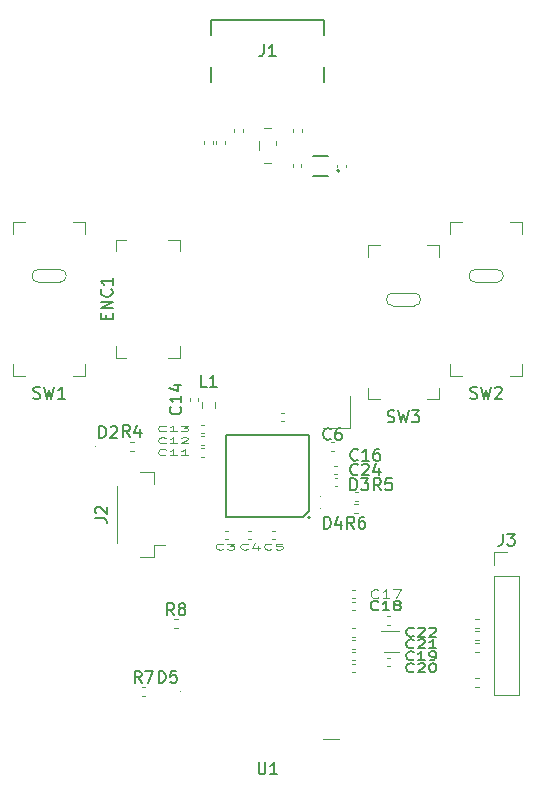
<source format=gbr>
%TF.GenerationSoftware,KiCad,Pcbnew,6.0.0*%
%TF.CreationDate,2022-01-13T14:08:01-08:00*%
%TF.ProjectId,redshift,72656473-6869-4667-942e-6b696361645f,0.1*%
%TF.SameCoordinates,Original*%
%TF.FileFunction,Legend,Top*%
%TF.FilePolarity,Positive*%
%FSLAX46Y46*%
G04 Gerber Fmt 4.6, Leading zero omitted, Abs format (unit mm)*
G04 Created by KiCad (PCBNEW 6.0.0) date 2022-01-13 14:08:01*
%MOMM*%
%LPD*%
G01*
G04 APERTURE LIST*
%ADD10C,0.150000*%
%ADD11C,0.125000*%
%ADD12C,0.120000*%
%ADD13C,0.100000*%
%ADD14C,0.200000*%
%ADD15C,0.127000*%
G04 APERTURE END LIST*
D10*
%TO.C,R6*%
X144833333Y-97452380D02*
X144500000Y-96976190D01*
X144261904Y-97452380D02*
X144261904Y-96452380D01*
X144642857Y-96452380D01*
X144738095Y-96500000D01*
X144785714Y-96547619D01*
X144833333Y-96642857D01*
X144833333Y-96785714D01*
X144785714Y-96880952D01*
X144738095Y-96928571D01*
X144642857Y-96976190D01*
X144261904Y-96976190D01*
X145690476Y-96452380D02*
X145500000Y-96452380D01*
X145404761Y-96500000D01*
X145357142Y-96547619D01*
X145261904Y-96690476D01*
X145214285Y-96880952D01*
X145214285Y-97261904D01*
X145261904Y-97357142D01*
X145309523Y-97404761D01*
X145404761Y-97452380D01*
X145595238Y-97452380D01*
X145690476Y-97404761D01*
X145738095Y-97357142D01*
X145785714Y-97261904D01*
X145785714Y-97023809D01*
X145738095Y-96928571D01*
X145690476Y-96880952D01*
X145595238Y-96833333D01*
X145404761Y-96833333D01*
X145309523Y-96880952D01*
X145261904Y-96928571D01*
X145214285Y-97023809D01*
%TO.C,C24*%
X145127142Y-92857142D02*
X145079523Y-92904761D01*
X144936666Y-92952380D01*
X144841428Y-92952380D01*
X144698571Y-92904761D01*
X144603333Y-92809523D01*
X144555714Y-92714285D01*
X144508095Y-92523809D01*
X144508095Y-92380952D01*
X144555714Y-92190476D01*
X144603333Y-92095238D01*
X144698571Y-92000000D01*
X144841428Y-91952380D01*
X144936666Y-91952380D01*
X145079523Y-92000000D01*
X145127142Y-92047619D01*
X145508095Y-92047619D02*
X145555714Y-92000000D01*
X145650952Y-91952380D01*
X145889047Y-91952380D01*
X145984285Y-92000000D01*
X146031904Y-92047619D01*
X146079523Y-92142857D01*
X146079523Y-92238095D01*
X146031904Y-92380952D01*
X145460476Y-92952380D01*
X146079523Y-92952380D01*
X146936666Y-92285714D02*
X146936666Y-92952380D01*
X146698571Y-91904761D02*
X146460476Y-92619047D01*
X147079523Y-92619047D01*
D11*
%TO.C,C11*%
X128857142Y-91178571D02*
X128809523Y-91202380D01*
X128666666Y-91226190D01*
X128571428Y-91226190D01*
X128428571Y-91202380D01*
X128333333Y-91154761D01*
X128285714Y-91107142D01*
X128238095Y-91011904D01*
X128238095Y-90940476D01*
X128285714Y-90845238D01*
X128333333Y-90797619D01*
X128428571Y-90750000D01*
X128571428Y-90726190D01*
X128666666Y-90726190D01*
X128809523Y-90750000D01*
X128857142Y-90773809D01*
X129809523Y-91226190D02*
X129238095Y-91226190D01*
X129523809Y-91226190D02*
X129523809Y-90726190D01*
X129428571Y-90797619D01*
X129333333Y-90845238D01*
X129238095Y-90869047D01*
X130761904Y-91226190D02*
X130190476Y-91226190D01*
X130476190Y-91226190D02*
X130476190Y-90726190D01*
X130380952Y-90797619D01*
X130285714Y-90845238D01*
X130190476Y-90869047D01*
%TO.C,C13*%
X128857142Y-89178571D02*
X128809523Y-89202380D01*
X128666666Y-89226190D01*
X128571428Y-89226190D01*
X128428571Y-89202380D01*
X128333333Y-89154761D01*
X128285714Y-89107142D01*
X128238095Y-89011904D01*
X128238095Y-88940476D01*
X128285714Y-88845238D01*
X128333333Y-88797619D01*
X128428571Y-88750000D01*
X128571428Y-88726190D01*
X128666666Y-88726190D01*
X128809523Y-88750000D01*
X128857142Y-88773809D01*
X129809523Y-89226190D02*
X129238095Y-89226190D01*
X129523809Y-89226190D02*
X129523809Y-88726190D01*
X129428571Y-88797619D01*
X129333333Y-88845238D01*
X129238095Y-88869047D01*
X130142857Y-88726190D02*
X130761904Y-88726190D01*
X130428571Y-88916666D01*
X130571428Y-88916666D01*
X130666666Y-88940476D01*
X130714285Y-88964285D01*
X130761904Y-89011904D01*
X130761904Y-89130952D01*
X130714285Y-89178571D01*
X130666666Y-89202380D01*
X130571428Y-89226190D01*
X130285714Y-89226190D01*
X130190476Y-89202380D01*
X130142857Y-89178571D01*
D10*
%TO.C,ENC1*%
X123848571Y-79714285D02*
X123848571Y-79380952D01*
X124372380Y-79238095D02*
X124372380Y-79714285D01*
X123372380Y-79714285D01*
X123372380Y-79238095D01*
X124372380Y-78809523D02*
X123372380Y-78809523D01*
X124372380Y-78238095D01*
X123372380Y-78238095D01*
X124277142Y-77190476D02*
X124324761Y-77238095D01*
X124372380Y-77380952D01*
X124372380Y-77476190D01*
X124324761Y-77619047D01*
X124229523Y-77714285D01*
X124134285Y-77761904D01*
X123943809Y-77809523D01*
X123800952Y-77809523D01*
X123610476Y-77761904D01*
X123515238Y-77714285D01*
X123420000Y-77619047D01*
X123372380Y-77476190D01*
X123372380Y-77380952D01*
X123420000Y-77238095D01*
X123467619Y-77190476D01*
X124372380Y-76238095D02*
X124372380Y-76809523D01*
X124372380Y-76523809D02*
X123372380Y-76523809D01*
X123515238Y-76619047D01*
X123610476Y-76714285D01*
X123658095Y-76809523D01*
%TO.C,C14*%
X130107142Y-87142857D02*
X130154761Y-87190476D01*
X130202380Y-87333333D01*
X130202380Y-87428571D01*
X130154761Y-87571428D01*
X130059523Y-87666666D01*
X129964285Y-87714285D01*
X129773809Y-87761904D01*
X129630952Y-87761904D01*
X129440476Y-87714285D01*
X129345238Y-87666666D01*
X129250000Y-87571428D01*
X129202380Y-87428571D01*
X129202380Y-87333333D01*
X129250000Y-87190476D01*
X129297619Y-87142857D01*
X130202380Y-86190476D02*
X130202380Y-86761904D01*
X130202380Y-86476190D02*
X129202380Y-86476190D01*
X129345238Y-86571428D01*
X129440476Y-86666666D01*
X129488095Y-86761904D01*
X129535714Y-85333333D02*
X130202380Y-85333333D01*
X129154761Y-85571428D02*
X129869047Y-85809523D01*
X129869047Y-85190476D01*
%TO.C,C20*%
X149857142Y-109517857D02*
X149809523Y-109553571D01*
X149666666Y-109589285D01*
X149571428Y-109589285D01*
X149428571Y-109553571D01*
X149333333Y-109482142D01*
X149285714Y-109410714D01*
X149238095Y-109267857D01*
X149238095Y-109160714D01*
X149285714Y-109017857D01*
X149333333Y-108946428D01*
X149428571Y-108875000D01*
X149571428Y-108839285D01*
X149666666Y-108839285D01*
X149809523Y-108875000D01*
X149857142Y-108910714D01*
X150238095Y-108910714D02*
X150285714Y-108875000D01*
X150380952Y-108839285D01*
X150619047Y-108839285D01*
X150714285Y-108875000D01*
X150761904Y-108910714D01*
X150809523Y-108982142D01*
X150809523Y-109053571D01*
X150761904Y-109160714D01*
X150190476Y-109589285D01*
X150809523Y-109589285D01*
X151428571Y-108839285D02*
X151523809Y-108839285D01*
X151619047Y-108875000D01*
X151666666Y-108910714D01*
X151714285Y-108982142D01*
X151761904Y-109125000D01*
X151761904Y-109303571D01*
X151714285Y-109446428D01*
X151666666Y-109517857D01*
X151619047Y-109553571D01*
X151523809Y-109589285D01*
X151428571Y-109589285D01*
X151333333Y-109553571D01*
X151285714Y-109517857D01*
X151238095Y-109446428D01*
X151190476Y-109303571D01*
X151190476Y-109125000D01*
X151238095Y-108982142D01*
X151285714Y-108910714D01*
X151333333Y-108875000D01*
X151428571Y-108839285D01*
%TO.C,D3*%
X144511904Y-94202380D02*
X144511904Y-93202380D01*
X144750000Y-93202380D01*
X144892857Y-93250000D01*
X144988095Y-93345238D01*
X145035714Y-93440476D01*
X145083333Y-93630952D01*
X145083333Y-93773809D01*
X145035714Y-93964285D01*
X144988095Y-94059523D01*
X144892857Y-94154761D01*
X144750000Y-94202380D01*
X144511904Y-94202380D01*
X145416666Y-93202380D02*
X146035714Y-93202380D01*
X145702380Y-93583333D01*
X145845238Y-93583333D01*
X145940476Y-93630952D01*
X145988095Y-93678571D01*
X146035714Y-93773809D01*
X146035714Y-94011904D01*
X145988095Y-94107142D01*
X145940476Y-94154761D01*
X145845238Y-94202380D01*
X145559523Y-94202380D01*
X145464285Y-94154761D01*
X145416666Y-94107142D01*
%TO.C,J1*%
X137166666Y-56452380D02*
X137166666Y-57166666D01*
X137119047Y-57309523D01*
X137023809Y-57404761D01*
X136880952Y-57452380D01*
X136785714Y-57452380D01*
X138166666Y-57452380D02*
X137595238Y-57452380D01*
X137880952Y-57452380D02*
X137880952Y-56452380D01*
X137785714Y-56595238D01*
X137690476Y-56690476D01*
X137595238Y-56738095D01*
%TO.C,L1*%
X132333333Y-85452380D02*
X131857142Y-85452380D01*
X131857142Y-84452380D01*
X133190476Y-85452380D02*
X132619047Y-85452380D01*
X132904761Y-85452380D02*
X132904761Y-84452380D01*
X132809523Y-84595238D01*
X132714285Y-84690476D01*
X132619047Y-84738095D01*
%TO.C,D4*%
X142261904Y-97452380D02*
X142261904Y-96452380D01*
X142500000Y-96452380D01*
X142642857Y-96500000D01*
X142738095Y-96595238D01*
X142785714Y-96690476D01*
X142833333Y-96880952D01*
X142833333Y-97023809D01*
X142785714Y-97214285D01*
X142738095Y-97309523D01*
X142642857Y-97404761D01*
X142500000Y-97452380D01*
X142261904Y-97452380D01*
X143690476Y-96785714D02*
X143690476Y-97452380D01*
X143452380Y-96404761D02*
X143214285Y-97119047D01*
X143833333Y-97119047D01*
D11*
%TO.C,C4*%
X135813333Y-99178571D02*
X135765714Y-99202380D01*
X135622857Y-99226190D01*
X135527619Y-99226190D01*
X135384761Y-99202380D01*
X135289523Y-99154761D01*
X135241904Y-99107142D01*
X135194285Y-99011904D01*
X135194285Y-98940476D01*
X135241904Y-98845238D01*
X135289523Y-98797619D01*
X135384761Y-98750000D01*
X135527619Y-98726190D01*
X135622857Y-98726190D01*
X135765714Y-98750000D01*
X135813333Y-98773809D01*
X136670476Y-98892857D02*
X136670476Y-99226190D01*
X136432380Y-98702380D02*
X136194285Y-99059523D01*
X136813333Y-99059523D01*
D10*
%TO.C,R4*%
X125833333Y-89702380D02*
X125500000Y-89226190D01*
X125261904Y-89702380D02*
X125261904Y-88702380D01*
X125642857Y-88702380D01*
X125738095Y-88750000D01*
X125785714Y-88797619D01*
X125833333Y-88892857D01*
X125833333Y-89035714D01*
X125785714Y-89130952D01*
X125738095Y-89178571D01*
X125642857Y-89226190D01*
X125261904Y-89226190D01*
X126690476Y-89035714D02*
X126690476Y-89702380D01*
X126452380Y-88654761D02*
X126214285Y-89369047D01*
X126833333Y-89369047D01*
%TO.C,C6*%
X142833333Y-89857142D02*
X142785714Y-89904761D01*
X142642857Y-89952380D01*
X142547619Y-89952380D01*
X142404761Y-89904761D01*
X142309523Y-89809523D01*
X142261904Y-89714285D01*
X142214285Y-89523809D01*
X142214285Y-89380952D01*
X142261904Y-89190476D01*
X142309523Y-89095238D01*
X142404761Y-89000000D01*
X142547619Y-88952380D01*
X142642857Y-88952380D01*
X142785714Y-89000000D01*
X142833333Y-89047619D01*
X143690476Y-88952380D02*
X143500000Y-88952380D01*
X143404761Y-89000000D01*
X143357142Y-89047619D01*
X143261904Y-89190476D01*
X143214285Y-89380952D01*
X143214285Y-89761904D01*
X143261904Y-89857142D01*
X143309523Y-89904761D01*
X143404761Y-89952380D01*
X143595238Y-89952380D01*
X143690476Y-89904761D01*
X143738095Y-89857142D01*
X143785714Y-89761904D01*
X143785714Y-89523809D01*
X143738095Y-89428571D01*
X143690476Y-89380952D01*
X143595238Y-89333333D01*
X143404761Y-89333333D01*
X143309523Y-89380952D01*
X143261904Y-89428571D01*
X143214285Y-89523809D01*
%TO.C,D5*%
X128290401Y-110500671D02*
X128290401Y-109500671D01*
X128528497Y-109500671D01*
X128671354Y-109548291D01*
X128766592Y-109643529D01*
X128814211Y-109738767D01*
X128861830Y-109929243D01*
X128861830Y-110072100D01*
X128814211Y-110262576D01*
X128766592Y-110357814D01*
X128671354Y-110453052D01*
X128528497Y-110500671D01*
X128290401Y-110500671D01*
X129766592Y-109500671D02*
X129290401Y-109500671D01*
X129242782Y-109976862D01*
X129290401Y-109929243D01*
X129385639Y-109881624D01*
X129623735Y-109881624D01*
X129718973Y-109929243D01*
X129766592Y-109976862D01*
X129814211Y-110072100D01*
X129814211Y-110310195D01*
X129766592Y-110405433D01*
X129718973Y-110453052D01*
X129623735Y-110500671D01*
X129385639Y-110500671D01*
X129290401Y-110453052D01*
X129242782Y-110405433D01*
D11*
%TO.C,C12*%
X128857142Y-90178571D02*
X128809523Y-90202380D01*
X128666666Y-90226190D01*
X128571428Y-90226190D01*
X128428571Y-90202380D01*
X128333333Y-90154761D01*
X128285714Y-90107142D01*
X128238095Y-90011904D01*
X128238095Y-89940476D01*
X128285714Y-89845238D01*
X128333333Y-89797619D01*
X128428571Y-89750000D01*
X128571428Y-89726190D01*
X128666666Y-89726190D01*
X128809523Y-89750000D01*
X128857142Y-89773809D01*
X129809523Y-90226190D02*
X129238095Y-90226190D01*
X129523809Y-90226190D02*
X129523809Y-89726190D01*
X129428571Y-89797619D01*
X129333333Y-89845238D01*
X129238095Y-89869047D01*
X130190476Y-89773809D02*
X130238095Y-89750000D01*
X130333333Y-89726190D01*
X130571428Y-89726190D01*
X130666666Y-89750000D01*
X130714285Y-89773809D01*
X130761904Y-89821428D01*
X130761904Y-89869047D01*
X130714285Y-89940476D01*
X130142857Y-90226190D01*
X130761904Y-90226190D01*
D10*
%TO.C,C22*%
X149857142Y-106517857D02*
X149809523Y-106553571D01*
X149666666Y-106589285D01*
X149571428Y-106589285D01*
X149428571Y-106553571D01*
X149333333Y-106482142D01*
X149285714Y-106410714D01*
X149238095Y-106267857D01*
X149238095Y-106160714D01*
X149285714Y-106017857D01*
X149333333Y-105946428D01*
X149428571Y-105875000D01*
X149571428Y-105839285D01*
X149666666Y-105839285D01*
X149809523Y-105875000D01*
X149857142Y-105910714D01*
X150238095Y-105910714D02*
X150285714Y-105875000D01*
X150380952Y-105839285D01*
X150619047Y-105839285D01*
X150714285Y-105875000D01*
X150761904Y-105910714D01*
X150809523Y-105982142D01*
X150809523Y-106053571D01*
X150761904Y-106160714D01*
X150190476Y-106589285D01*
X150809523Y-106589285D01*
X151190476Y-105910714D02*
X151238095Y-105875000D01*
X151333333Y-105839285D01*
X151571428Y-105839285D01*
X151666666Y-105875000D01*
X151714285Y-105910714D01*
X151761904Y-105982142D01*
X151761904Y-106053571D01*
X151714285Y-106160714D01*
X151142857Y-106589285D01*
X151761904Y-106589285D01*
%TO.C,D2*%
X123261904Y-89782380D02*
X123261904Y-88782380D01*
X123500000Y-88782380D01*
X123642857Y-88830000D01*
X123738095Y-88925238D01*
X123785714Y-89020476D01*
X123833333Y-89210952D01*
X123833333Y-89353809D01*
X123785714Y-89544285D01*
X123738095Y-89639523D01*
X123642857Y-89734761D01*
X123500000Y-89782380D01*
X123261904Y-89782380D01*
X124214285Y-88877619D02*
X124261904Y-88830000D01*
X124357142Y-88782380D01*
X124595238Y-88782380D01*
X124690476Y-88830000D01*
X124738095Y-88877619D01*
X124785714Y-88972857D01*
X124785714Y-89068095D01*
X124738095Y-89210952D01*
X124166666Y-89782380D01*
X124785714Y-89782380D01*
%TO.C,SW3*%
X147666666Y-88404761D02*
X147809523Y-88452380D01*
X148047619Y-88452380D01*
X148142857Y-88404761D01*
X148190476Y-88357142D01*
X148238095Y-88261904D01*
X148238095Y-88166666D01*
X148190476Y-88071428D01*
X148142857Y-88023809D01*
X148047619Y-87976190D01*
X147857142Y-87928571D01*
X147761904Y-87880952D01*
X147714285Y-87833333D01*
X147666666Y-87738095D01*
X147666666Y-87642857D01*
X147714285Y-87547619D01*
X147761904Y-87500000D01*
X147857142Y-87452380D01*
X148095238Y-87452380D01*
X148238095Y-87500000D01*
X148571428Y-87452380D02*
X148809523Y-88452380D01*
X149000000Y-87738095D01*
X149190476Y-88452380D01*
X149428571Y-87452380D01*
X149714285Y-87452380D02*
X150333333Y-87452380D01*
X150000000Y-87833333D01*
X150142857Y-87833333D01*
X150238095Y-87880952D01*
X150285714Y-87928571D01*
X150333333Y-88023809D01*
X150333333Y-88261904D01*
X150285714Y-88357142D01*
X150238095Y-88404761D01*
X150142857Y-88452380D01*
X149857142Y-88452380D01*
X149761904Y-88404761D01*
X149714285Y-88357142D01*
D11*
%TO.C,C3*%
X133725497Y-99178571D02*
X133677878Y-99202380D01*
X133535021Y-99226190D01*
X133439783Y-99226190D01*
X133296925Y-99202380D01*
X133201687Y-99154761D01*
X133154068Y-99107142D01*
X133106449Y-99011904D01*
X133106449Y-98940476D01*
X133154068Y-98845238D01*
X133201687Y-98797619D01*
X133296925Y-98750000D01*
X133439783Y-98726190D01*
X133535021Y-98726190D01*
X133677878Y-98750000D01*
X133725497Y-98773809D01*
X134058830Y-98726190D02*
X134677878Y-98726190D01*
X134344544Y-98916666D01*
X134487402Y-98916666D01*
X134582640Y-98940476D01*
X134630259Y-98964285D01*
X134677878Y-99011904D01*
X134677878Y-99130952D01*
X134630259Y-99178571D01*
X134582640Y-99202380D01*
X134487402Y-99226190D01*
X134201687Y-99226190D01*
X134106449Y-99202380D01*
X134058830Y-99178571D01*
D10*
%TO.C,R7*%
X126823333Y-110532380D02*
X126490000Y-110056190D01*
X126251904Y-110532380D02*
X126251904Y-109532380D01*
X126632857Y-109532380D01*
X126728095Y-109580000D01*
X126775714Y-109627619D01*
X126823333Y-109722857D01*
X126823333Y-109865714D01*
X126775714Y-109960952D01*
X126728095Y-110008571D01*
X126632857Y-110056190D01*
X126251904Y-110056190D01*
X127156666Y-109532380D02*
X127823333Y-109532380D01*
X127394761Y-110532380D01*
D11*
%TO.C,C17*%
X146857142Y-103267857D02*
X146809523Y-103303571D01*
X146666666Y-103339285D01*
X146571428Y-103339285D01*
X146428571Y-103303571D01*
X146333333Y-103232142D01*
X146285714Y-103160714D01*
X146238095Y-103017857D01*
X146238095Y-102910714D01*
X146285714Y-102767857D01*
X146333333Y-102696428D01*
X146428571Y-102625000D01*
X146571428Y-102589285D01*
X146666666Y-102589285D01*
X146809523Y-102625000D01*
X146857142Y-102660714D01*
X147809523Y-103339285D02*
X147238095Y-103339285D01*
X147523809Y-103339285D02*
X147523809Y-102589285D01*
X147428571Y-102696428D01*
X147333333Y-102767857D01*
X147238095Y-102803571D01*
X148142857Y-102589285D02*
X148809523Y-102589285D01*
X148380952Y-103339285D01*
%TO.C,C5*%
X137813333Y-99178571D02*
X137765714Y-99202380D01*
X137622857Y-99226190D01*
X137527619Y-99226190D01*
X137384761Y-99202380D01*
X137289523Y-99154761D01*
X137241904Y-99107142D01*
X137194285Y-99011904D01*
X137194285Y-98940476D01*
X137241904Y-98845238D01*
X137289523Y-98797619D01*
X137384761Y-98750000D01*
X137527619Y-98726190D01*
X137622857Y-98726190D01*
X137765714Y-98750000D01*
X137813333Y-98773809D01*
X138718095Y-98726190D02*
X138241904Y-98726190D01*
X138194285Y-98964285D01*
X138241904Y-98940476D01*
X138337142Y-98916666D01*
X138575238Y-98916666D01*
X138670476Y-98940476D01*
X138718095Y-98964285D01*
X138765714Y-99011904D01*
X138765714Y-99130952D01*
X138718095Y-99178571D01*
X138670476Y-99202380D01*
X138575238Y-99226190D01*
X138337142Y-99226190D01*
X138241904Y-99202380D01*
X138194285Y-99178571D01*
D10*
%TO.C,C16*%
X145127142Y-91607142D02*
X145079523Y-91654761D01*
X144936666Y-91702380D01*
X144841428Y-91702380D01*
X144698571Y-91654761D01*
X144603333Y-91559523D01*
X144555714Y-91464285D01*
X144508095Y-91273809D01*
X144508095Y-91130952D01*
X144555714Y-90940476D01*
X144603333Y-90845238D01*
X144698571Y-90750000D01*
X144841428Y-90702380D01*
X144936666Y-90702380D01*
X145079523Y-90750000D01*
X145127142Y-90797619D01*
X146079523Y-91702380D02*
X145508095Y-91702380D01*
X145793809Y-91702380D02*
X145793809Y-90702380D01*
X145698571Y-90845238D01*
X145603333Y-90940476D01*
X145508095Y-90988095D01*
X146936666Y-90702380D02*
X146746190Y-90702380D01*
X146650952Y-90750000D01*
X146603333Y-90797619D01*
X146508095Y-90940476D01*
X146460476Y-91130952D01*
X146460476Y-91511904D01*
X146508095Y-91607142D01*
X146555714Y-91654761D01*
X146650952Y-91702380D01*
X146841428Y-91702380D01*
X146936666Y-91654761D01*
X146984285Y-91607142D01*
X147031904Y-91511904D01*
X147031904Y-91273809D01*
X146984285Y-91178571D01*
X146936666Y-91130952D01*
X146841428Y-91083333D01*
X146650952Y-91083333D01*
X146555714Y-91130952D01*
X146508095Y-91178571D01*
X146460476Y-91273809D01*
%TO.C,R8*%
X129583333Y-104782380D02*
X129250000Y-104306190D01*
X129011904Y-104782380D02*
X129011904Y-103782380D01*
X129392857Y-103782380D01*
X129488095Y-103830000D01*
X129535714Y-103877619D01*
X129583333Y-103972857D01*
X129583333Y-104115714D01*
X129535714Y-104210952D01*
X129488095Y-104258571D01*
X129392857Y-104306190D01*
X129011904Y-104306190D01*
X130154761Y-104210952D02*
X130059523Y-104163333D01*
X130011904Y-104115714D01*
X129964285Y-104020476D01*
X129964285Y-103972857D01*
X130011904Y-103877619D01*
X130059523Y-103830000D01*
X130154761Y-103782380D01*
X130345238Y-103782380D01*
X130440476Y-103830000D01*
X130488095Y-103877619D01*
X130535714Y-103972857D01*
X130535714Y-104020476D01*
X130488095Y-104115714D01*
X130440476Y-104163333D01*
X130345238Y-104210952D01*
X130154761Y-104210952D01*
X130059523Y-104258571D01*
X130011904Y-104306190D01*
X129964285Y-104401428D01*
X129964285Y-104591904D01*
X130011904Y-104687142D01*
X130059523Y-104734761D01*
X130154761Y-104782380D01*
X130345238Y-104782380D01*
X130440476Y-104734761D01*
X130488095Y-104687142D01*
X130535714Y-104591904D01*
X130535714Y-104401428D01*
X130488095Y-104306190D01*
X130440476Y-104258571D01*
X130345238Y-104210952D01*
%TO.C,J2*%
X122902380Y-96583333D02*
X123616666Y-96583333D01*
X123759523Y-96630952D01*
X123854761Y-96726190D01*
X123902380Y-96869047D01*
X123902380Y-96964285D01*
X122997619Y-96154761D02*
X122950000Y-96107142D01*
X122902380Y-96011904D01*
X122902380Y-95773809D01*
X122950000Y-95678571D01*
X122997619Y-95630952D01*
X123092857Y-95583333D01*
X123188095Y-95583333D01*
X123330952Y-95630952D01*
X123902380Y-96202380D01*
X123902380Y-95583333D01*
%TO.C,J3*%
X157416666Y-97892380D02*
X157416666Y-98606666D01*
X157369047Y-98749523D01*
X157273809Y-98844761D01*
X157130952Y-98892380D01*
X157035714Y-98892380D01*
X157797619Y-97892380D02*
X158416666Y-97892380D01*
X158083333Y-98273333D01*
X158226190Y-98273333D01*
X158321428Y-98320952D01*
X158369047Y-98368571D01*
X158416666Y-98463809D01*
X158416666Y-98701904D01*
X158369047Y-98797142D01*
X158321428Y-98844761D01*
X158226190Y-98892380D01*
X157940476Y-98892380D01*
X157845238Y-98844761D01*
X157797619Y-98797142D01*
%TO.C,C18*%
X146857142Y-104267857D02*
X146809523Y-104303571D01*
X146666666Y-104339285D01*
X146571428Y-104339285D01*
X146428571Y-104303571D01*
X146333333Y-104232142D01*
X146285714Y-104160714D01*
X146238095Y-104017857D01*
X146238095Y-103910714D01*
X146285714Y-103767857D01*
X146333333Y-103696428D01*
X146428571Y-103625000D01*
X146571428Y-103589285D01*
X146666666Y-103589285D01*
X146809523Y-103625000D01*
X146857142Y-103660714D01*
X147809523Y-104339285D02*
X147238095Y-104339285D01*
X147523809Y-104339285D02*
X147523809Y-103589285D01*
X147428571Y-103696428D01*
X147333333Y-103767857D01*
X147238095Y-103803571D01*
X148380952Y-103910714D02*
X148285714Y-103875000D01*
X148238095Y-103839285D01*
X148190476Y-103767857D01*
X148190476Y-103732142D01*
X148238095Y-103660714D01*
X148285714Y-103625000D01*
X148380952Y-103589285D01*
X148571428Y-103589285D01*
X148666666Y-103625000D01*
X148714285Y-103660714D01*
X148761904Y-103732142D01*
X148761904Y-103767857D01*
X148714285Y-103839285D01*
X148666666Y-103875000D01*
X148571428Y-103910714D01*
X148380952Y-103910714D01*
X148285714Y-103946428D01*
X148238095Y-103982142D01*
X148190476Y-104053571D01*
X148190476Y-104196428D01*
X148238095Y-104267857D01*
X148285714Y-104303571D01*
X148380952Y-104339285D01*
X148571428Y-104339285D01*
X148666666Y-104303571D01*
X148714285Y-104267857D01*
X148761904Y-104196428D01*
X148761904Y-104053571D01*
X148714285Y-103982142D01*
X148666666Y-103946428D01*
X148571428Y-103910714D01*
%TO.C,R5*%
X147083333Y-94202380D02*
X146750000Y-93726190D01*
X146511904Y-94202380D02*
X146511904Y-93202380D01*
X146892857Y-93202380D01*
X146988095Y-93250000D01*
X147035714Y-93297619D01*
X147083333Y-93392857D01*
X147083333Y-93535714D01*
X147035714Y-93630952D01*
X146988095Y-93678571D01*
X146892857Y-93726190D01*
X146511904Y-93726190D01*
X147988095Y-93202380D02*
X147511904Y-93202380D01*
X147464285Y-93678571D01*
X147511904Y-93630952D01*
X147607142Y-93583333D01*
X147845238Y-93583333D01*
X147940476Y-93630952D01*
X147988095Y-93678571D01*
X148035714Y-93773809D01*
X148035714Y-94011904D01*
X147988095Y-94107142D01*
X147940476Y-94154761D01*
X147845238Y-94202380D01*
X147607142Y-94202380D01*
X147511904Y-94154761D01*
X147464285Y-94107142D01*
%TO.C,U1*%
X136738095Y-117247380D02*
X136738095Y-118056904D01*
X136785714Y-118152142D01*
X136833333Y-118199761D01*
X136928571Y-118247380D01*
X137119047Y-118247380D01*
X137214285Y-118199761D01*
X137261904Y-118152142D01*
X137309523Y-118056904D01*
X137309523Y-117247380D01*
X138309523Y-118247380D02*
X137738095Y-118247380D01*
X138023809Y-118247380D02*
X138023809Y-117247380D01*
X137928571Y-117390238D01*
X137833333Y-117485476D01*
X137738095Y-117533095D01*
%TO.C,C19*%
X149857142Y-108517857D02*
X149809523Y-108553571D01*
X149666666Y-108589285D01*
X149571428Y-108589285D01*
X149428571Y-108553571D01*
X149333333Y-108482142D01*
X149285714Y-108410714D01*
X149238095Y-108267857D01*
X149238095Y-108160714D01*
X149285714Y-108017857D01*
X149333333Y-107946428D01*
X149428571Y-107875000D01*
X149571428Y-107839285D01*
X149666666Y-107839285D01*
X149809523Y-107875000D01*
X149857142Y-107910714D01*
X150809523Y-108589285D02*
X150238095Y-108589285D01*
X150523809Y-108589285D02*
X150523809Y-107839285D01*
X150428571Y-107946428D01*
X150333333Y-108017857D01*
X150238095Y-108053571D01*
X151285714Y-108589285D02*
X151476190Y-108589285D01*
X151571428Y-108553571D01*
X151619047Y-108517857D01*
X151714285Y-108410714D01*
X151761904Y-108267857D01*
X151761904Y-107982142D01*
X151714285Y-107910714D01*
X151666666Y-107875000D01*
X151571428Y-107839285D01*
X151380952Y-107839285D01*
X151285714Y-107875000D01*
X151238095Y-107910714D01*
X151190476Y-107982142D01*
X151190476Y-108160714D01*
X151238095Y-108232142D01*
X151285714Y-108267857D01*
X151380952Y-108303571D01*
X151571428Y-108303571D01*
X151666666Y-108267857D01*
X151714285Y-108232142D01*
X151761904Y-108160714D01*
%TO.C,SW2*%
X154666666Y-86404761D02*
X154809523Y-86452380D01*
X155047619Y-86452380D01*
X155142857Y-86404761D01*
X155190476Y-86357142D01*
X155238095Y-86261904D01*
X155238095Y-86166666D01*
X155190476Y-86071428D01*
X155142857Y-86023809D01*
X155047619Y-85976190D01*
X154857142Y-85928571D01*
X154761904Y-85880952D01*
X154714285Y-85833333D01*
X154666666Y-85738095D01*
X154666666Y-85642857D01*
X154714285Y-85547619D01*
X154761904Y-85500000D01*
X154857142Y-85452380D01*
X155095238Y-85452380D01*
X155238095Y-85500000D01*
X155571428Y-85452380D02*
X155809523Y-86452380D01*
X156000000Y-85738095D01*
X156190476Y-86452380D01*
X156428571Y-85452380D01*
X156761904Y-85547619D02*
X156809523Y-85500000D01*
X156904761Y-85452380D01*
X157142857Y-85452380D01*
X157238095Y-85500000D01*
X157285714Y-85547619D01*
X157333333Y-85642857D01*
X157333333Y-85738095D01*
X157285714Y-85880952D01*
X156714285Y-86452380D01*
X157333333Y-86452380D01*
%TO.C,C21*%
X149857142Y-107517857D02*
X149809523Y-107553571D01*
X149666666Y-107589285D01*
X149571428Y-107589285D01*
X149428571Y-107553571D01*
X149333333Y-107482142D01*
X149285714Y-107410714D01*
X149238095Y-107267857D01*
X149238095Y-107160714D01*
X149285714Y-107017857D01*
X149333333Y-106946428D01*
X149428571Y-106875000D01*
X149571428Y-106839285D01*
X149666666Y-106839285D01*
X149809523Y-106875000D01*
X149857142Y-106910714D01*
X150238095Y-106910714D02*
X150285714Y-106875000D01*
X150380952Y-106839285D01*
X150619047Y-106839285D01*
X150714285Y-106875000D01*
X150761904Y-106910714D01*
X150809523Y-106982142D01*
X150809523Y-107053571D01*
X150761904Y-107160714D01*
X150190476Y-107589285D01*
X150809523Y-107589285D01*
X151761904Y-107589285D02*
X151190476Y-107589285D01*
X151476190Y-107589285D02*
X151476190Y-106839285D01*
X151380952Y-106946428D01*
X151285714Y-107017857D01*
X151190476Y-107053571D01*
%TO.C,SW1*%
X117666666Y-86404761D02*
X117809523Y-86452380D01*
X118047619Y-86452380D01*
X118142857Y-86404761D01*
X118190476Y-86357142D01*
X118238095Y-86261904D01*
X118238095Y-86166666D01*
X118190476Y-86071428D01*
X118142857Y-86023809D01*
X118047619Y-85976190D01*
X117857142Y-85928571D01*
X117761904Y-85880952D01*
X117714285Y-85833333D01*
X117666666Y-85738095D01*
X117666666Y-85642857D01*
X117714285Y-85547619D01*
X117761904Y-85500000D01*
X117857142Y-85452380D01*
X118095238Y-85452380D01*
X118238095Y-85500000D01*
X118571428Y-85452380D02*
X118809523Y-86452380D01*
X119000000Y-85738095D01*
X119190476Y-86452380D01*
X119428571Y-85452380D01*
X120333333Y-86452380D02*
X119761904Y-86452380D01*
X120047619Y-86452380D02*
X120047619Y-85452380D01*
X119952380Y-85595238D01*
X119857142Y-85690476D01*
X119761904Y-85738095D01*
D12*
%TO.C,R6*%
X145153641Y-96130000D02*
X144846359Y-96130000D01*
X145153641Y-95370000D02*
X144846359Y-95370000D01*
%TO.C,R12*%
X155403641Y-110120000D02*
X155096359Y-110120000D01*
X155403641Y-110880000D02*
X155096359Y-110880000D01*
%TO.C,C24*%
X143162164Y-93140000D02*
X143377836Y-93140000D01*
X143162164Y-93860000D02*
X143377836Y-93860000D01*
%TO.C,C11*%
X132107836Y-91360000D02*
X131892164Y-91360000D01*
X132107836Y-90640000D02*
X131892164Y-90640000D01*
%TO.C,C13*%
X132107836Y-88640000D02*
X131892164Y-88640000D01*
X132107836Y-89360000D02*
X131892164Y-89360000D01*
%TO.C,C8*%
X139640000Y-66622164D02*
X139640000Y-66837836D01*
X140360000Y-66622164D02*
X140360000Y-66837836D01*
%TO.C,ENC1*%
X124680000Y-83020000D02*
X125480000Y-83020000D01*
X130070000Y-83020000D02*
X130070000Y-82020000D01*
X130070000Y-72980000D02*
X129070000Y-72980000D01*
X124680000Y-72980000D02*
X125480000Y-72980000D01*
X130070000Y-83020000D02*
X129070000Y-83020000D01*
X124680000Y-83020000D02*
X124680000Y-82020000D01*
X124680000Y-72980000D02*
X124680000Y-73980000D01*
X130070000Y-72980000D02*
X130070000Y-73980000D01*
%TO.C,C14*%
X131610000Y-86392164D02*
X131610000Y-86607836D01*
X130890000Y-86392164D02*
X130890000Y-86607836D01*
%TO.C,C20*%
X144642164Y-109610000D02*
X144857836Y-109610000D01*
X144642164Y-108890000D02*
X144857836Y-108890000D01*
D13*
%TO.C,D3*%
X141965000Y-94750000D02*
G75*
G03*
X141965000Y-94750000I-50000J0D01*
G01*
D14*
%TO.C,J1*%
X132710000Y-54400000D02*
X132710000Y-55680000D01*
X142290000Y-54400000D02*
X132710000Y-54400000D01*
X142290000Y-59650000D02*
X142290000Y-58400000D01*
X132710000Y-59650000D02*
X132710000Y-58400000D01*
X142290000Y-55680000D02*
X142290000Y-54400000D01*
D12*
%TO.C,L1*%
X133022500Y-87237258D02*
X133022500Y-86762742D01*
X131977500Y-87237258D02*
X131977500Y-86762742D01*
%TO.C,R11*%
X155403641Y-107120000D02*
X155096359Y-107120000D01*
X155403641Y-107880000D02*
X155096359Y-107880000D01*
D13*
%TO.C,D4*%
X141960000Y-95750000D02*
G75*
G03*
X141960000Y-95750000I-50000J0D01*
G01*
D12*
%TO.C,C2*%
X147622164Y-105590000D02*
X147837836Y-105590000D01*
X147622164Y-104870000D02*
X147837836Y-104870000D01*
%TO.C,U3*%
X147100000Y-106100000D02*
X148650000Y-106100000D01*
X148650000Y-107900000D02*
X147350000Y-107900000D01*
%TO.C,C4*%
X136087836Y-98360000D02*
X135872164Y-98360000D01*
X136087836Y-97640000D02*
X135872164Y-97640000D01*
%TO.C,R4*%
X126153641Y-90880000D02*
X125846359Y-90880000D01*
X126153641Y-90120000D02*
X125846359Y-90120000D01*
%TO.C,Y1*%
X142150000Y-88900000D02*
X144450000Y-88900000D01*
X144450000Y-88900000D02*
X144450000Y-86200000D01*
%TO.C,C1*%
X133140000Y-64642164D02*
X133140000Y-64857836D01*
X133860000Y-64642164D02*
X133860000Y-64857836D01*
%TO.C,C6*%
X142872164Y-90140000D02*
X143087836Y-90140000D01*
X142872164Y-90860000D02*
X143087836Y-90860000D01*
D13*
%TO.C,D5*%
X130140000Y-111250000D02*
G75*
G03*
X130140000Y-111250000I-50000J0D01*
G01*
D12*
%TO.C,C12*%
X132107836Y-89640000D02*
X131892164Y-89640000D01*
X132107836Y-90360000D02*
X131892164Y-90360000D01*
D15*
%TO.C,U4*%
X142625000Y-65930000D02*
X141375000Y-65930000D01*
X142625000Y-67570000D02*
X141375000Y-67570000D01*
D14*
X143575000Y-67150000D02*
G75*
G03*
X143575000Y-67150000I-100000J0D01*
G01*
D12*
%TO.C,C22*%
X144642164Y-105890000D02*
X144857836Y-105890000D01*
X144642164Y-106610000D02*
X144857836Y-106610000D01*
D13*
%TO.C,D2*%
X122960000Y-90500000D02*
G75*
G03*
X122960000Y-90500000I-50000J0D01*
G01*
D12*
%TO.C,SW3*%
X145980000Y-73480000D02*
X146980000Y-73480000D01*
X152020000Y-73480000D02*
X151020000Y-73480000D01*
X145980000Y-73480000D02*
X145980000Y-74480000D01*
X148100000Y-77500000D02*
X149900000Y-77500000D01*
X152020000Y-86520000D02*
X152020000Y-85520000D01*
X152020000Y-86520000D02*
X151020000Y-86520000D01*
X148100000Y-78600000D02*
X149900000Y-78600000D01*
X145980000Y-86520000D02*
X145980000Y-85520000D01*
X145980000Y-86520000D02*
X146980000Y-86520000D01*
X152020000Y-73480000D02*
X152020000Y-74480000D01*
X149900000Y-78600000D02*
G75*
G03*
X149900000Y-77500000I0J550000D01*
G01*
X148100000Y-77500000D02*
G75*
G03*
X148100000Y-78600000I0J-550000D01*
G01*
%TO.C,C9*%
X138642164Y-87640000D02*
X138857836Y-87640000D01*
X138642164Y-88360000D02*
X138857836Y-88360000D01*
%TO.C,R10*%
X155403641Y-106120000D02*
X155096359Y-106120000D01*
X155403641Y-106880000D02*
X155096359Y-106880000D01*
%TO.C,R1*%
X132880000Y-64596359D02*
X132880000Y-64903641D01*
X132120000Y-64596359D02*
X132120000Y-64903641D01*
%TO.C,C3*%
X134107836Y-98360000D02*
X133892164Y-98360000D01*
X134107836Y-97640000D02*
X133892164Y-97640000D01*
%TO.C,R7*%
X126836359Y-111630000D02*
X127143641Y-111630000D01*
X126836359Y-110870000D02*
X127143641Y-110870000D01*
%TO.C,R2*%
X139620000Y-63903641D02*
X139620000Y-63596359D01*
X140380000Y-63903641D02*
X140380000Y-63596359D01*
%TO.C,C17*%
X144857836Y-103360000D02*
X144642164Y-103360000D01*
X144857836Y-102640000D02*
X144642164Y-102640000D01*
%TO.C,C7*%
X147642164Y-109110000D02*
X147857836Y-109110000D01*
X147642164Y-108390000D02*
X147857836Y-108390000D01*
%TO.C,C5*%
X138087836Y-97640000D02*
X137872164Y-97640000D01*
X138087836Y-98360000D02*
X137872164Y-98360000D01*
%TO.C,C16*%
X143142164Y-92140000D02*
X143357836Y-92140000D01*
X143142164Y-92860000D02*
X143357836Y-92860000D01*
%TO.C,R8*%
X129596359Y-105120000D02*
X129903641Y-105120000D01*
X129596359Y-105880000D02*
X129903641Y-105880000D01*
%TO.C,J2*%
X126710000Y-99860000D02*
X127860000Y-99860000D01*
X127860000Y-99860000D02*
X127860000Y-98810000D01*
X124740000Y-98690000D02*
X124740000Y-93810000D01*
X126710000Y-92640000D02*
X127860000Y-92640000D01*
X127860000Y-92640000D02*
X127860000Y-93690000D01*
X127860000Y-98810000D02*
X128850000Y-98810000D01*
%TO.C,J3*%
X158810000Y-101500000D02*
X158810000Y-111560000D01*
X156690000Y-99440000D02*
X157750000Y-99440000D01*
X156690000Y-100500000D02*
X156690000Y-99440000D01*
X156690000Y-101500000D02*
X156690000Y-111560000D01*
X156690000Y-111560000D02*
X158810000Y-111560000D01*
X156690000Y-101500000D02*
X158810000Y-101500000D01*
%TO.C,R9*%
X155393641Y-105120000D02*
X155086359Y-105120000D01*
X155393641Y-105880000D02*
X155086359Y-105880000D01*
%TO.C,C18*%
X144857836Y-103640000D02*
X144642164Y-103640000D01*
X144857836Y-104360000D02*
X144642164Y-104360000D01*
%TO.C,R5*%
X145163641Y-94370000D02*
X144856359Y-94370000D01*
X145163641Y-95130000D02*
X144856359Y-95130000D01*
%TO.C,D1*%
X137196148Y-63501400D02*
X137804540Y-63501400D01*
X136801843Y-65375961D02*
X136801843Y-64624039D01*
X138198843Y-64624040D02*
X138198843Y-64969560D01*
X137804540Y-66498600D02*
X137196148Y-66498600D01*
%TO.C,U1*%
X142150000Y-115235000D02*
X143550000Y-115235000D01*
D14*
%TO.C,IC1*%
X140500000Y-96500000D02*
X134000000Y-96500000D01*
X134000000Y-96500000D02*
X134000000Y-89500000D01*
X141000000Y-96000000D02*
X140500000Y-96500000D01*
X141000000Y-89500000D02*
X141000000Y-96000000D01*
X134000000Y-89500000D02*
X141000000Y-89500000D01*
X141100000Y-96500000D02*
G75*
G03*
X141100000Y-96500000I-100000J0D01*
G01*
D12*
%TO.C,C19*%
X144642164Y-107890000D02*
X144857836Y-107890000D01*
X144642164Y-108610000D02*
X144857836Y-108610000D01*
%TO.C,SW2*%
X159020000Y-71480000D02*
X159020000Y-72480000D01*
X159020000Y-84520000D02*
X158020000Y-84520000D01*
X152980000Y-84520000D02*
X152980000Y-83520000D01*
X152980000Y-71480000D02*
X153980000Y-71480000D01*
X155100000Y-76600000D02*
X156900000Y-76600000D01*
X159020000Y-84520000D02*
X159020000Y-83520000D01*
X152980000Y-84520000D02*
X153980000Y-84520000D01*
X152980000Y-71480000D02*
X152980000Y-72480000D01*
X159020000Y-71480000D02*
X158020000Y-71480000D01*
X155100000Y-75500000D02*
X156900000Y-75500000D01*
X155100000Y-75500000D02*
G75*
G03*
X155100000Y-76600000I0J-550000D01*
G01*
X156900000Y-76600000D02*
G75*
G03*
X156900000Y-75500000I0J550000D01*
G01*
%TO.C,C21*%
X144662164Y-106890000D02*
X144877836Y-106890000D01*
X144662164Y-107610000D02*
X144877836Y-107610000D01*
%TO.C,C10*%
X143390000Y-66877836D02*
X143390000Y-66662164D01*
X144110000Y-66877836D02*
X144110000Y-66662164D01*
%TO.C,SW1*%
X115980000Y-71480000D02*
X116980000Y-71480000D01*
X115980000Y-84520000D02*
X116980000Y-84520000D01*
X115980000Y-84520000D02*
X115980000Y-83520000D01*
X122020000Y-84520000D02*
X122020000Y-83520000D01*
X118100000Y-75500000D02*
X119900000Y-75500000D01*
X115980000Y-71480000D02*
X115980000Y-72480000D01*
X122020000Y-71480000D02*
X122020000Y-72480000D01*
X122020000Y-84520000D02*
X121020000Y-84520000D01*
X118100000Y-76600000D02*
X119900000Y-76600000D01*
X122020000Y-71480000D02*
X121020000Y-71480000D01*
X118100000Y-75500000D02*
G75*
G03*
X118100000Y-76600000I0J-550000D01*
G01*
X119900000Y-76600000D02*
G75*
G03*
X119900000Y-75500000I0J550000D01*
G01*
%TO.C,R3*%
X134620000Y-63903641D02*
X134620000Y-63596359D01*
X135380000Y-63903641D02*
X135380000Y-63596359D01*
%TD*%
M02*

</source>
